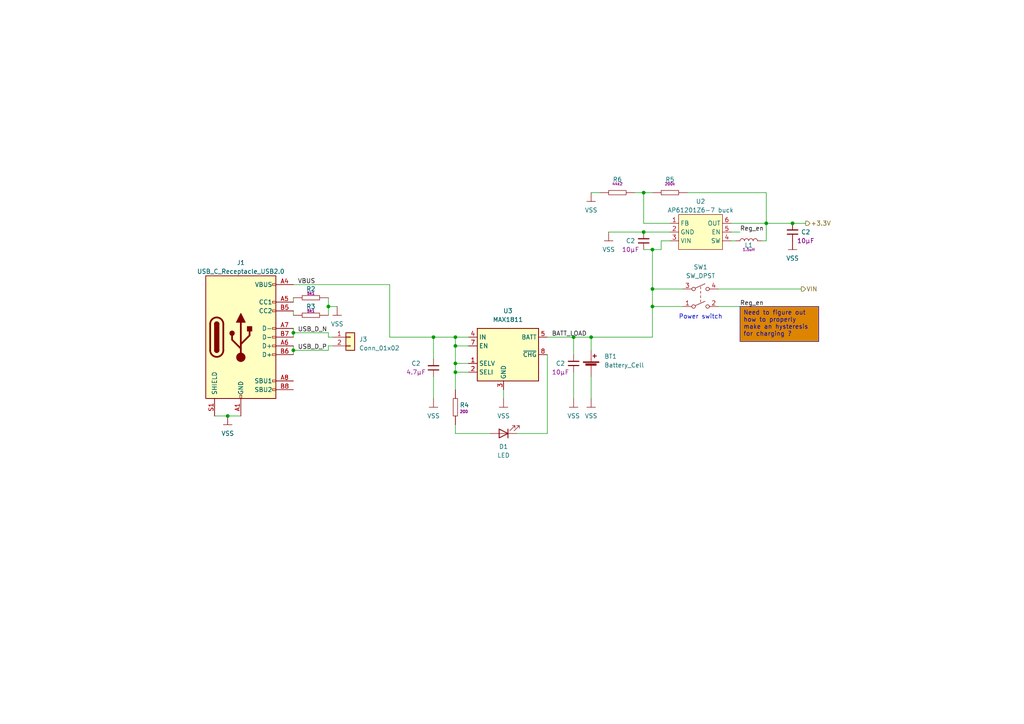
<source format=kicad_sch>
(kicad_sch (version 20230121) (generator eeschema)
  (paper "A4")
  (title_block (title "Projet Barbapapa") (date "2023-06-19") (rev "0.1") (company "Téo-CD"))
  (lib_symbols
    (symbol "00_PowerSymboles:VSS" (power) (pin_numbers hide) (pin_names hide) (in_bom no) (on_board no)
      (property "Value" "VSS" (at 0 -3.81 0))
      (symbol "VSS_0_1"
        (polyline (pts (xy -1.27 -2.54) (xy 1.27 -2.54)))
      )
      (symbol "VSS_1_1"
        (pin power_in line (at 0 0 270) (length 2.54) (name "VSS") (number "VSS"))
      )
    )
    (symbol "01_Capacitor:CAP_0603_10uF_50V" (pin_numbers hide) (pin_names hide)
      (property "Reference" "C" (at 2.54 0 0))
      (property "Capacitance" "10µF" (at 2.54 -5.08 0))
      (property "Voltage" "50V" (at 2.54 -2.54 0))
      (symbol "CAP_0603_10uF_50V_0_1"
        (polyline (pts (xy -1.524 -3.1496) (xy 1.524 -3.1496)) (stroke (width 0.3302)))
        (polyline (pts (xy -1.524 -1.9304) (xy 1.524 -1.9304)) (stroke (width 0.3048)))
      )
      (symbol "CAP_0603_10uF_50V_1_1"
        (pin passive line (at 0 0 270) (length 1.8542) (name "~") (number "1"))
        (pin passive line (at 0 -5.08 90) (length 1.8542) (name "~") (number "2"))
      )
    )
    (symbol "02_Resistor:RES_0603_1K_1%" (pin_numbers hide) (pin_names hide)
      (property "Reference" "R" (at 0 2.54 0))
      (property "Resistance" "1k" (at 0 0 0))
      (symbol "RES_0603_1K_1%_0_1"
        (rectangle (start -2.54 0.635) (end 2.54 -0.635))
      )
      (symbol "RES_0603_1K_1%_1_1"
        (pin passive line (at -5.08 0 0) (length 2.54) (name "1") (number "1"))
        (pin passive line (at 5.08 0 180) (length 2.54) (name "2") (number "2"))
      )
    )
    (symbol "02_Resistor:RES_0603_2K1_1%" (pin_numbers hide) (pin_names hide)
      (property "Reference" "R" (at 0 2.54 0))
      (property "Resistance" "2k1" (at 0 0 0))
      (symbol "RES_0603_2K1_1%_0_1"
        (rectangle (start -2.54 0.635) (end 2.54 -0.635))
      )
      (symbol "RES_0603_2K1_1%_1_1"
        (pin passive line (at -5.08 0 0) (length 2.54) (name "1") (number "1"))
        (pin passive line (at 5.08 0 180) (length 2.54) (name "2") (number "2"))
      )
    )
    (symbol "02_Resistor:RES_0603_5K1_1%" (pin_numbers hide) (pin_names hide)
      (property "Reference" "R" (at 0 2.54 0))
      (property "Resistance" "5k1" (at 0 0 0))
      (symbol "RES_0603_5K1_1%_0_1"
        (rectangle (start -2.54 0.635) (end 2.54 -0.635))
      )
      (symbol "RES_0603_5K1_1%_1_1"
        (pin passive line (at -5.08 0 0) (length 2.54) (name "1") (number "1"))
        (pin passive line (at 5.08 0 180) (length 2.54) (name "2") (number "2"))
      )
    )
    (symbol "03_Inductor:IND_4.7uH_5A_20%" (pin_numbers hide) (pin_names hide)
      (property "Reference" "L" (at 0 2.54 0))
      (property "Inductance" "4.7uH" (at 0 -1.27 0))
      (symbol "IND_4.7uH_5A_20%_0_1"
        (arc (start -1.27 0) (mid -1.905 0.6323) (end -2.54 0))
        (arc (start 0 0) (mid -0.635 0.6323) (end -1.27 0))
        (arc (start 1.27 0) (mid 0.635 0.6323) (end 0 0))
        (arc (start 2.54 0) (mid 1.905 0.6323) (end 1.27 0))
      )
      (symbol "IND_4.7uH_5A_20%_1_1"
        (pin passive line (at -3.81 0 0) (length 1.27) (name "1") (number "1"))
        (pin passive line (at 3.81 0 180) (length 1.27) (name "2") (number "2"))
      )
    )
    (symbol "Battery_Management:MAX1811"
      (property "Reference" "U" (at -7.62 8.89 0))
      (property "Value" "MAX1811" (at 10.16 8.89 0))
      (symbol "MAX1811_0_1"
        (rectangle (start -7.62 7.62) (end 10.16 -7.62) (stroke (width 0.254)) (fill (type background)))
      )
      (symbol "MAX1811_1_1"
        (pin input line (at -10.16 -2.54 0) (length 2.54) (name "SELV") (number "1"))
        (pin input line (at -10.16 -5.08 0) (length 2.54) (name "SELI") (number "2"))
        (pin power_in line (at 0 -10.16 90) (length 2.54) (name "GND") (number "3"))
        (pin power_in line (at -10.16 5.08 0) (length 2.54) (name "IN") (number "4"))
        (pin power_out line (at 12.7 5.08 180) (length 2.54) (name "BATT") (number "5"))
        (pin passive line (at 0 -10.16 90) (length 2.54) hide (name "GND") (number "6"))
        (pin input line (at -10.16 2.54 0) (length 2.54) (name "EN") (number "7"))
        (pin open_collector line (at 12.7 0 180) (length 2.54) (name "~{CHG}") (number "8"))
      )
    )
    (symbol "Connector:USB_C_Receptacle_USB2.0" (pin_names (offset 1.016))
      (property "Reference" "J" (at -10.16 19.05 0))
      (property "Value" "USB_C_Receptacle_USB2.0" (at 19.05 19.05 0))
      (symbol "USB_C_Receptacle_USB2.0_0_0"
        (rectangle (start -0.254 -17.78) (end 0.254 -16.764))
        (rectangle (start 10.16 -14.986) (end 9.144 -15.494))
        (rectangle (start 10.16 -12.446) (end 9.144 -12.954))
        (rectangle (start 10.16 -4.826) (end 9.144 -5.334))
        (rectangle (start 10.16 -2.286) (end 9.144 -2.794))
        (rectangle (start 10.16 0.254) (end 9.144 -0.254))
        (rectangle (start 10.16 2.794) (end 9.144 2.286))
        (rectangle (start 10.16 7.874) (end 9.144 7.366))
        (rectangle (start 10.16 10.414) (end 9.144 9.906))
        (rectangle (start 10.16 15.494) (end 9.144 14.986))
      )
      (symbol "USB_C_Receptacle_USB2.0_0_1"
        (rectangle (start -10.16 17.78) (end 10.16 -17.78) (stroke (width 0.254)) (fill (type background)))
        (arc (start -8.89 -3.81) (mid -6.985 -5.7067) (end -5.08 -3.81) (stroke (width 0.508)))
        (arc (start -7.62 -3.81) (mid -6.985 -4.4423) (end -6.35 -3.81) (stroke (width 0.254)))
        (arc (start -7.62 -3.81) (mid -6.985 -4.4423) (end -6.35 -3.81) (stroke (width 0.254)) (fill (type outline)))
        (rectangle (start -7.62 -3.81) (end -6.35 3.81) (stroke (width 0.254)) (fill (type outline)))
        (arc (start -6.35 3.81) (mid -6.985 4.4423) (end -7.62 3.81) (stroke (width 0.254)))
        (arc (start -6.35 3.81) (mid -6.985 4.4423) (end -7.62 3.81) (stroke (width 0.254)) (fill (type outline)))
        (arc (start -5.08 3.81) (mid -6.985 5.7067) (end -8.89 3.81) (stroke (width 0.508)))
        (circle (center -2.54 1.143) (radius 0.635) (stroke (width 0.254)) (fill (type outline)))
        (circle (center 0 -5.842) (radius 1.27) (fill (type outline)))
        (polyline (pts (xy -8.89 -3.81) (xy -8.89 3.81)) (stroke (width 0.508)))
        (polyline (pts (xy -5.08 3.81) (xy -5.08 -3.81)) (stroke (width 0.508)))
        (polyline (pts (xy 0 -5.842) (xy 0 4.318)) (stroke (width 0.508)))
        (polyline (pts (xy 0 -3.302) (xy -2.54 -0.762) (xy -2.54 0.508)) (stroke (width 0.508)))
        (polyline (pts (xy 0 -2.032) (xy 2.54 0.508) (xy 2.54 1.778)) (stroke (width 0.508)))
        (polyline (pts (xy -1.27 4.318) (xy 0 6.858) (xy 1.27 4.318) (xy -1.27 4.318)) (stroke (width 0.254)) (fill (type outline)))
        (rectangle (start 1.905 1.778) (end 3.175 3.048) (stroke (width 0.254)) (fill (type outline)))
      )
      (symbol "USB_C_Receptacle_USB2.0_1_1"
        (pin passive line (at 0 -22.86 90) (length 5.08) (name "GND") (number "A1"))
        (pin passive line (at 0 -22.86 90) (length 5.08) hide (name "GND") (number "A12"))
        (pin passive line (at 15.24 15.24 180) (length 5.08) (name "VBUS") (number "A4"))
        (pin bidirectional line (at 15.24 10.16 180) (length 5.08) (name "CC1") (number "A5"))
        (pin bidirectional line (at 15.24 -2.54 180) (length 5.08) (name "D+") (number "A6"))
        (pin bidirectional line (at 15.24 2.54 180) (length 5.08) (name "D-") (number "A7"))
        (pin bidirectional line (at 15.24 -12.7 180) (length 5.08) (name "SBU1") (number "A8"))
        (pin passive line (at 15.24 15.24 180) (length 5.08) hide (name "VBUS") (number "A9"))
        (pin passive line (at 0 -22.86 90) (length 5.08) hide (name "GND") (number "B1"))
        (pin passive line (at 0 -22.86 90) (length 5.08) hide (name "GND") (number "B12"))
        (pin passive line (at 15.24 15.24 180) (length 5.08) hide (name "VBUS") (number "B4"))
        (pin bidirectional line (at 15.24 7.62 180) (length 5.08) (name "CC2") (number "B5"))
        (pin bidirectional line (at 15.24 -5.08 180) (length 5.08) (name "D+") (number "B6"))
        (pin bidirectional line (at 15.24 0 180) (length 5.08) (name "D-") (number "B7"))
        (pin bidirectional line (at 15.24 -15.24 180) (length 5.08) (name "SBU2") (number "B8"))
        (pin passive line (at 15.24 15.24 180) (length 5.08) hide (name "VBUS") (number "B9"))
        (pin passive line (at -7.62 -22.86 90) (length 5.08) (name "SHIELD") (number "S1"))
      )
    )
    (symbol "Connector_Generic:Conn_01x02" (pin_names (offset 1.016) hide)
      (property "Reference" "J" (at 0 2.54 0))
      (property "Value" "Conn_01x02" (at 0 -5.08 0))
      (symbol "Conn_01x02_1_1"
        (rectangle (start -1.27 -2.413) (end 0 -2.667) (stroke (width 0.1524)))
        (rectangle (start -1.27 0.127) (end 0 -0.127) (stroke (width 0.1524)))
        (rectangle (start -1.27 1.27) (end 1.27 -3.81) (stroke (width 0.254)) (fill (type background)))
        (pin passive line (at -5.08 0 0) (length 3.81) (name "Pin_1") (number "1"))
        (pin passive line (at -5.08 -2.54 0) (length 3.81) (name "Pin_2") (number "2"))
      )
    )
    (symbol "Device:Battery_Cell" (pin_numbers hide) (pin_names (offset 0) hide)
      (property "Reference" "BT" (at 2.54 2.54 0))
      (property "Value" "Battery_Cell" (at 2.54 0 0))
      (symbol "Battery_Cell_0_1"
        (rectangle (start -2.286 1.778) (end 2.286 1.524) (fill (type outline)))
        (rectangle (start -1.5748 1.1938) (end 1.4732 0.6858) (fill (type outline)))
        (polyline (pts (xy 0 0.762) (xy 0 0)))
        (polyline (pts (xy 0 1.778) (xy 0 2.54)))
        (polyline (pts (xy 0.508 3.429) (xy 1.524 3.429)) (stroke (width 0.254)))
        (polyline (pts (xy 1.016 3.937) (xy 1.016 2.921)) (stroke (width 0.254)))
      )
      (symbol "Battery_Cell_1_1"
        (pin passive line (at 0 5.08 270) (length 2.54) (name "+") (number "1"))
        (pin passive line (at 0 -2.54 90) (length 2.54) (name "-") (number "2"))
      )
    )
    (symbol "Device:LED" (pin_numbers hide) (pin_names (offset 1.016) hide)
      (property "Reference" "D" (at 0 2.54 0))
      (property "Value" "LED" (at 0 -2.54 0))
      (symbol "LED_0_1"
        (polyline (pts (xy -1.27 -1.27) (xy -1.27 1.27)) (stroke (width 0.254)))
        (polyline (pts (xy -1.27 0) (xy 1.27 0)))
        (polyline (pts (xy 1.27 -1.27) (xy 1.27 1.27) (xy -1.27 0) (xy 1.27 -1.27)) (stroke (width 0.254)))
        (polyline (pts (xy -3.048 -0.762) (xy -4.572 -2.286) (xy -3.81 -2.286) (xy -4.572 -2.286) (xy -4.572 -1.524)))
        (polyline (pts (xy -1.778 -0.762) (xy -3.302 -2.286) (xy -2.54 -2.286) (xy -3.302 -2.286) (xy -3.302 -1.524)))
      )
      (symbol "LED_1_1"
        (pin passive line (at -3.81 0 0) (length 2.54) (name "K") (number "1"))
        (pin passive line (at 3.81 0 180) (length 2.54) (name "A") (number "2"))
      )
    )
    (symbol "Stuff:AP61201Z6-7"
      (property "Reference" "U" (at -1.27 6.35 0))
      (property "Value" "AP61201Z6-7 Buck" (at 0 -6.35 0))
      (symbol "AP61201Z6-7_1_1"
        (rectangle (start -6.35 5.08) (end 6.35 -5.08) (fill (type background)))
        (pin input line (at -8.89 2.54 0) (length 2.54) (name "FB") (number "1"))
        (pin power_in line (at -8.89 0 0) (length 2.54) (name "GND") (number "2"))
        (pin power_in line (at -8.89 -2.54 0) (length 2.54) (name "VIN") (number "3"))
        (pin power_out line (at 8.89 -2.54 180) (length 2.54) (name "SW") (number "4"))
        (pin input line (at 8.89 0 180) (length 2.54) (name "EN") (number "5"))
        (pin power_out line (at 8.89 2.54 180) (length 2.54) (name "OUT") (number "6"))
      )
    )
    (symbol "Switch:SW_DPST" (pin_names (offset 0) hide)
      (property "Reference" "SW" (at 0 5.08 0))
      (property "Value" "SW_DPST" (at 0 -5.08 0))
      (symbol "SW_DPST_0_0"
        (circle (center -2.032 -2.54) (radius 0.508))
        (circle (center -2.032 2.54) (radius 0.508))
        (polyline (pts (xy -1.524 -2.286) (xy 1.27 -1.016)))
        (polyline (pts (xy -1.524 2.794) (xy 1.27 4.064)))
        (polyline (pts (xy 0 -1.27) (xy 0 -0.635)))
        (polyline (pts (xy 0 0) (xy 0 0.635)))
        (polyline (pts (xy 0 1.27) (xy 0 1.905)))
        (polyline (pts (xy 0 2.54) (xy 0 3.175)))
        (circle (center 2.032 -2.54) (radius 0.508))
        (circle (center 2.032 2.54) (radius 0.508))
      )
      (symbol "SW_DPST_1_1"
        (pin passive line (at -5.08 -2.54 0) (length 2.54) (name "1") (number "1"))
        (pin passive line (at 5.08 -2.54 180) (length 2.54) (name "2") (number "2"))
        (pin passive line (at -5.08 2.54 0) (length 2.54) (name "3") (number "3"))
        (pin passive line (at 5.08 2.54 180) (length 2.54) (name "4") (number "4"))
      )
    )
  )
  (junction (at 189.23 72.39))
  (junction (at 125.73 97.79))
  (junction (at 189.23 88.9))
  (junction (at 166.37 97.79))
  (junction (at 85.09 101.6))
  (junction (at 132.08 105.41))
  (junction (at 85.09 96.52))
  (junction (at 186.69 55.88))
  (junction (at 229.87 64.77))
  (junction (at 189.23 83.82))
  (junction (at 132.08 100.33))
  (junction (at 186.69 67.31))
  (junction (at 171.45 97.79))
  (junction (at 66.04 120.65))
  (junction (at 132.08 97.79))
  (junction (at 132.08 107.95))
  (junction (at 222.25 64.77))
  (junction (at 95.25 88.9))
  (wire (pts (xy 96.52 97.79) (xy 95.25 97.79)))
  (wire (pts (xy 113.03 97.79) (xy 125.73 97.79)))
  (wire (pts (xy 214.63 67.31) (xy 212.09 67.31)))
  (wire (pts (xy 132.08 123.19) (xy 132.08 125.73)))
  (wire (pts (xy 186.69 67.31) (xy 194.31 67.31)))
  (wire (pts (xy 132.08 107.95) (xy 132.08 113.03)))
  (wire (pts (xy 158.75 125.73) (xy 149.86 125.73)))
  (wire (pts (xy 194.31 64.77) (xy 186.69 64.77)))
  (wire (pts (xy 158.75 102.87) (xy 158.75 125.73)))
  (wire (pts (xy 95.25 88.9) (xy 97.79 88.9)))
  (wire (pts (xy 146.05 113.03) (xy 146.05 115.57)))
  (wire (pts (xy 189.23 88.9) (xy 198.12 88.9)))
  (wire (pts (xy 85.09 101.6) (xy 85.09 102.87)))
  (wire (pts (xy 171.45 55.88) (xy 173.99 55.88)))
  (wire (pts (xy 132.08 100.33) (xy 132.08 105.41)))
  (wire (pts (xy 158.75 97.79) (xy 166.37 97.79)))
  (wire (pts (xy 186.69 55.88) (xy 189.23 55.88)))
  (wire (pts (xy 85.09 86.36) (xy 85.09 87.63)))
  (wire (pts (xy 220.98 69.85) (xy 222.25 69.85)))
  (wire (pts (xy 85.09 91.44) (xy 85.09 90.17)))
  (wire (pts (xy 171.45 97.79) (xy 189.23 97.79)))
  (wire (pts (xy 85.09 95.25) (xy 85.09 96.52)))
  (wire (pts (xy 113.03 82.55) (xy 113.03 97.79)))
  (wire (pts (xy 191.77 69.85) (xy 194.31 69.85)))
  (wire (pts (xy 95.25 88.9) (xy 95.25 91.44)))
  (wire (pts (xy 189.23 72.39) (xy 189.23 83.82)))
  (wire (pts (xy 212.09 69.85) (xy 213.36 69.85)))
  (wire (pts (xy 189.23 72.39) (xy 191.77 72.39)))
  (wire (pts (xy 132.08 100.33) (xy 135.89 100.33)))
  (wire (pts (xy 176.53 67.31) (xy 186.69 67.31)))
  (wire (pts (xy 166.37 107.95) (xy 166.37 115.57)))
  (wire (pts (xy 222.25 69.85) (xy 222.25 64.77)))
  (wire (pts (xy 166.37 102.87) (xy 166.37 97.79)))
  (wire (pts (xy 214.63 88.9) (xy 208.28 88.9)))
  (wire (pts (xy 95.25 100.33) (xy 96.52 100.33)))
  (wire (pts (xy 222.25 55.88) (xy 222.25 64.77)))
  (wire (pts (xy 85.09 96.52) (xy 95.25 96.52)))
  (wire (pts (xy 171.45 101.6) (xy 171.45 97.79)))
  (wire (pts (xy 222.25 64.77) (xy 229.87 64.77)))
  (wire (pts (xy 132.08 107.95) (xy 135.89 107.95)))
  (wire (pts (xy 132.08 97.79) (xy 132.08 100.33)))
  (wire (pts (xy 186.69 64.77) (xy 186.69 55.88)))
  (wire (pts (xy 189.23 88.9) (xy 189.23 97.79)))
  (wire (pts (xy 166.37 97.79) (xy 171.45 97.79)))
  (wire (pts (xy 132.08 97.79) (xy 135.89 97.79)))
  (wire (pts (xy 125.73 104.14) (xy 125.73 97.79)))
  (wire (pts (xy 125.73 109.22) (xy 125.73 115.57)))
  (wire (pts (xy 229.87 64.77) (xy 233.68 64.77)))
  (wire (pts (xy 132.08 125.73) (xy 142.24 125.73)))
  (wire (pts (xy 95.25 86.36) (xy 95.25 88.9)))
  (wire (pts (xy 191.77 72.39) (xy 191.77 69.85)))
  (wire (pts (xy 189.23 83.82) (xy 198.12 83.82)))
  (wire (pts (xy 95.25 97.79) (xy 95.25 96.52)))
  (wire (pts (xy 85.09 100.33) (xy 85.09 101.6)))
  (wire (pts (xy 184.15 55.88) (xy 186.69 55.88)))
  (wire (pts (xy 189.23 83.82) (xy 189.23 88.9)))
  (wire (pts (xy 132.08 105.41) (xy 132.08 107.95)))
  (wire (pts (xy 95.25 101.6) (xy 95.25 100.33)))
  (wire (pts (xy 186.69 72.39) (xy 189.23 72.39)))
  (wire (pts (xy 171.45 109.22) (xy 171.45 115.57)))
  (wire (pts (xy 85.09 101.6) (xy 95.25 101.6)))
  (wire (pts (xy 212.09 64.77) (xy 222.25 64.77)))
  (wire (pts (xy 125.73 97.79) (xy 132.08 97.79)))
  (wire (pts (xy 132.08 105.41) (xy 135.89 105.41)))
  (wire (pts (xy 62.23 120.65) (xy 66.04 120.65)))
  (wire (pts (xy 208.28 83.82) (xy 232.41 83.82)))
  (wire (pts (xy 66.04 120.65) (xy 69.85 120.65)))
  (wire (pts (xy 85.09 96.52) (xy 85.09 97.79)))
  (wire (pts (xy 199.39 55.88) (xy 222.25 55.88)))
  (wire (pts (xy 85.09 82.55) (xy 113.03 82.55)))
  (text_box "Need to figure out how to properly make an hysteresis for charging ?" (at 214.63 88.9 0) (size 22.86 10.16) (fill (type color) (color 221 133 0 1)) (effects (font (size 1.27 1.27)) (justify left top)))
  (text "Power switch" (at 196.85 92.71 0) (effects (font (size 1.27 1.27)) (justify left bottom)))
  (label "Reg_en" (at 214.63 67.31 0))
  (label "USB_D_P" (at 86.36 101.6 0))
  (label "USB_D_N" (at 86.36 96.52 0))
  (label "BATT_LOAD" (at 160.02 97.79 0))
  (label "Reg_en" (at 214.63 88.9 0))
  (label "VBUS" (at 86.36 82.55 0))
  (hierarchical_label "VIN" (shape output) (at 232.41 83.82 0))
  (hierarchical_label "+3.3V" (shape output) (at 233.68 64.77 0))
  (symbol (lib_id "00_PowerSymboles:VSS") (at 171.45 55.88 0) (unit 1) (in_bom no) (on_board no)
    (property "Reference" "#VSS09" (effects hide))
    (property "Value" "VSS" (at 171.45 60.96 0))
  )
  (symbol (lib_id "Battery_Management:MAX1811") (at 146.05 102.87 0) (unit 1)
    (property "Reference" "U3" (at 147.32 90.17 0))
    (property "Value" "MAX1811" (at 147.32 92.71 0))
    (property "Footprint" "Package_SO:SOIC-8_3.9x4.9mm_P1.27mm" (effects hide))
    (property "Datasheet" "https://datasheets.maximintegrated.com/en/ds/MAX1811.pdf" (effects hide))
  )
  (symbol (lib_id "02_Resistor:RES_0603_5K1_1%") (at 90.17 91.44 180) (unit 1)
    (property "Reference" "R3" (at 90.17 88.9 0))
    (property "Value" "RES_0603_5K1_1%" (effects hide))
    (property "Footprint" "01_Passives:RES_0603" (effects hide))
    (property "Resistance" "5k1" (at 90.17 90.17 0) (effects (font (size 0.8 0.8))))
    (property "Power" "100mW" (effects hide))
  )
  (symbol (lib_id "01_Capacitor:CAP_0603_10uF_50V") (at 125.73 109.22 180) (unit 1)
    (property "Reference" "C2" (at 120.65 105.41 0))
    (property "Value" "CAP_0603_10uF_50V" (effects hide))
    (property "Footprint" "01_Passives:CAP_0603" (effects hide))
    (property "Capacitance" "4.7µF" (at 120.65 107.95 0))
    (property "Voltage" "50V" (effects hide))
    (instances (project "Projet_JIN" (path "" (reference "C2") (unit 1)) (path "" (reference "C6") (unit 1))))
  )
  (symbol (lib_id "Connector_Generic:Conn_01x02") (at 101.6 97.79 0) (unit 1)
    (property "Reference" "J3" (at 104.14 98.425 0) (effects (justify left)))
    (property "Value" "Conn_01x02" (at 104.14 100.965 0) (effects (justify left)))
    (property "Footprint" "Connector_PinHeader_2.54mm:PinHeader_1x02_P2.54mm_Horizontal" (effects hide))
  )
  (symbol (lib_id "01_Capacitor:CAP_0603_10uF_50V") (at 166.37 107.95 180) (unit 1)
    (property "Reference" "C2" (at 162.56 105.41 0))
    (property "Value" "CAP_0603_10uF_50V" (effects hide))
    (property "Footprint" "01_Passives:CAP_0603" (effects hide))
    (property "Capacitance" "10µF" (at 162.56 107.95 0))
    (property "Voltage" "50V" (effects hide))
    (instances (project "Projet_JIN" (path "" (reference "C2") (unit 1)) (path "" (reference "C5") (unit 1))))
  )
  (symbol (lib_id "Switch:SW_DPST") (at 203.2 86.36 0) (unit 1)
    (property "Reference" "SW1" (at 203.2 77.47 0))
    (property "Value" "SW_DPST" (at 203.2 80.01 0))
    (property "Footprint" "Connector_PinHeader_2.54mm:PinHeader_2x02_P2.54mm_Vertical" (effects hide))
  )
  (symbol (lib_id "00_PowerSymboles:VSS") (at 229.87 69.85 0) (unit 1) (in_bom no) (on_board no)
    (property "Reference" "#VSS04" (effects hide))
    (property "Value" "VSS" (at 229.87 74.93 0))
  )
  (symbol (lib_id "02_Resistor:RES_0603_2K1_1%") (at 132.08 118.11 90) (unit 1)
    (property "Reference" "R4" (at 133.35 117.475 90) (effects (justify right)))
    (property "Value" "RES_0603_200_1%" (effects hide))
    (property "Footprint" "01_Passives:RES_0603" (effects hide))
    (property "Resistance" "200" (at 133.35 119.38 90) (effects (font (size 0.8 0.8)) (justify right)))
    (property "Power" "100mW" (effects hide))
  )
  (symbol (lib_id "Connector:USB_C_Receptacle_USB2.0") (at 69.85 97.79 0) (unit 1)
    (property "Reference" "J1" (at 69.85 76.2 0))
    (property "Value" "USB_C_Receptacle_USB2.0" (at 69.85 78.74 0))
    (property "Footprint" "Connector_USB:USB_C_Receptacle_GCT_USB4105-xx-A_16P_TopMnt_Horizontal" (effects hide))
    (property "Datasheet" "https://www.usb.org/sites/default/files/documents/usb_type-c.zip" (effects hide))
  )
  (symbol (lib_id "00_PowerSymboles:VSS") (at 146.05 115.57 0) (unit 1) (in_bom no) (on_board no)
    (property "Reference" "#VSS05" (effects hide))
    (property "Value" "VSS" (at 146.05 120.65 0))
  )
  (symbol (lib_id "02_Resistor:RES_0603_1K_1%") (at 194.31 55.88 0) (unit 1)
    (property "Reference" "R5" (at 194.31 52.07 0))
    (property "Value" "RES_0603_200k_1%" (effects hide))
    (property "Footprint" "01_Passives:RES_0603" (effects hide))
    (property "Resistance" "200k" (at 194.31 53.34 0) (effects (font (size 0.8 0.8))))
    (property "Power" "100mW" (effects hide))
  )
  (symbol (lib_id "Device:Battery_Cell") (at 171.45 106.68 0) (unit 1)
    (property "Reference" "BT1" (at 175.26 103.378 0) (effects (justify left)))
    (property "Value" "Battery_Cell" (at 175.26 105.918 0) (effects (justify left)))
    (property "Footprint" "Battery:BatteryHolder_Keystone_1042_1x18650" (effects hide))
    (property "Datasheet" "https://docs.rs-online.com/9c01/A700000008874176.pdf" (effects hide))
  )
  (symbol (lib_id "02_Resistor:RES_0603_5K1_1%") (at 90.17 86.36 0) (unit 1)
    (property "Reference" "R2" (at 90.17 83.82 0))
    (property "Value" "RES_0603_5K1_1%" (effects hide))
    (property "Footprint" "01_Passives:RES_0603" (effects hide))
    (property "Resistance" "5k1" (at 90.17 85.09 0) (effects (font (size 0.8 0.8))))
    (property "Power" "100mW" (effects hide))
  )
  (symbol (lib_id "00_PowerSymboles:VSS") (at 97.79 88.9 0) (unit 1) (in_bom no) (on_board no)
    (property "Reference" "#VSS02" (effects hide))
    (property "Value" "VSS" (at 97.79 93.98 0))
  )
  (symbol (lib_id "01_Capacitor:CAP_0603_10uF_50V") (at 229.87 69.85 180) (unit 1)
    (property "Reference" "C2" (at 233.68 67.31 0))
    (property "Value" "CAP_0603_10uF_50V" (effects hide))
    (property "Footprint" "01_Passives:CAP_0603" (effects hide))
    (property "Capacitance" "10µF" (at 233.68 69.85 0))
    (property "Voltage" "50V" (effects hide))
    (instances (project "Projet_JIN" (path "" (reference "C2") (unit 1)) (path "" (reference "C4") (unit 1))))
  )
  (symbol (lib_id "Stuff:AP61201Z6-7") (at 203.2 67.31 0) (unit 1)
    (property "Reference" "U2" (at 203.2 58.42 0))
    (property "Value" "AP61201Z6-7 buck" (at 203.2 60.96 0))
    (property "Footprint" "Package_TO_SOT_SMD:SOT-563" (effects hide))
    (property "Datasheet" "https://www.diodes.com/assets/Datasheets/AP61200_AP61201_AP61202_AP61203.pdf" (effects hide))
  )
  (symbol (lib_id "00_PowerSymboles:VSS") (at 66.04 120.65 0) (unit 1) (in_bom no) (on_board no)
    (property "Reference" "#VSS0102" (effects hide))
    (property "Value" "VSS" (at 66.04 125.73 0))
  )
  (symbol (lib_id "03_Inductor:IND_4.7uH_5A_20%") (at 217.17 69.85 0) (unit 1)
    (property "Reference" "L1" (at 217.17 71.12 0))
    (property "Value" "IND_1.5uH_5A_20%" (effects hide))
    (property "Footprint" "Inductor_SMD:L_1210_3225Metric_Pad1.42x2.65mm_HandSolder" (effects hide))
    (property "Datasheet" "https://www.digikey.co.uk/en/products/detail/bourns-inc/SRP3212-1R5M/16394428" (effects hide))
    (property "Inductance" "1.5uH" (at 217.17 72.39 0) (effects (font (size 0.8 0.8))))
    (property "Current" "4.4A" (effects hide))
    (property "Manufacturer" "YJYCOIN" (effects hide))
    (property "ManufPartID" "YSPI1365-470M" (effects hide))
    (property "Price_Unit" "0.49" (effects hide))
    (property "Price_1k" "0.30" (effects hide))
  )
  (symbol (lib_id "02_Resistor:RES_0603_1K_1%") (at 179.07 55.88 0) (unit 1)
    (property "Reference" "R6" (at 179.07 52.07 0))
    (property "Value" "RES_0603_44K2_1%" (effects hide))
    (property "Footprint" "01_Passives:RES_0603" (effects hide))
    (property "Resistance" "44k2" (at 179.07 53.34 0) (effects (font (size 0.8 0.8))))
    (property "Power" "100mW" (effects hide))
  )
  (symbol (lib_id "00_PowerSymboles:VSS") (at 125.73 115.57 0) (unit 1) (in_bom no) (on_board no)
    (property "Reference" "#VSS08" (effects hide))
    (property "Value" "VSS" (at 125.73 120.65 0))
  )
  (symbol (lib_id "Device:LED") (at 146.05 125.73 180) (unit 1)
    (property "Reference" "D1" (at 146.05 129.54 0))
    (property "Value" "LED" (at 146.05 132.08 0))
    (property "Footprint" "LED_SMD:LED_0603_1608Metric_Pad1.05x0.95mm_HandSolder" (effects hide))
  )
  (symbol (lib_id "00_PowerSymboles:VSS") (at 166.37 115.57 0) (unit 1) (in_bom no) (on_board no)
    (property "Reference" "#VSS06" (effects hide))
    (property "Value" "VSS" (at 166.37 120.65 0))
  )
  (symbol (lib_id "01_Capacitor:CAP_0603_10uF_50V") (at 186.69 72.39 180) (unit 1)
    (property "Reference" "C2" (at 182.88 69.85 0))
    (property "Value" "CAP_0603_10uF_50V" (effects hide))
    (property "Footprint" "01_Passives:CAP_0603" (effects hide))
    (property "Capacitance" "10µF" (at 182.88 72.39 0))
    (property "Voltage" "50V" (effects hide))
    (instances (project "Projet_JIN" (path "" (reference "C2") (unit 1)) (path "" (reference "C3") (unit 1))))
  )
  (symbol (lib_id "00_PowerSymboles:VSS") (at 171.45 115.57 0) (unit 1) (in_bom no) (on_board no)
    (property "Reference" "#VSS07" (effects hide))
    (property "Value" "VSS" (at 171.45 120.65 0))
  )
  (symbol (lib_id "00_PowerSymboles:VSS") (at 176.53 67.31 0) (unit 1) (in_bom no) (on_board no)
    (property "Reference" "#VSS03" (effects hide))
    (property "Value" "VSS" (at 176.53 72.39 0))
  )
)
</source>
